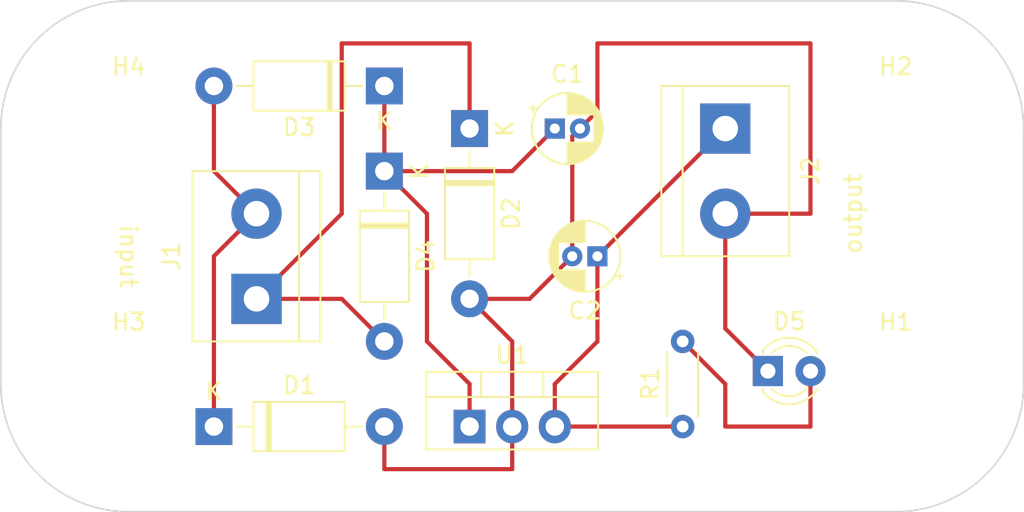
<source format=kicad_pcb>
(kicad_pcb (version 20211014) (generator pcbnew)
  (layers (0 "F.Cu" signal) (31 "B.Cu" signal) (34 "B.Paste" user) (35 "F.Paste" user) (36 "B.SilkS" user "B.Silkscreen") (37 "F.SilkS" user "F.Silkscreen") (38 "B.Mask" user) (39 "F.Mask" user) (44 "Edge.Cuts" user))
  (net 0 "")
  (net 1 "Net-(C1-Pad1)")
  (net 2 "Net-(C1-Pad2)")
  (net 3 "Net-(C2-Pad1)")
  (net 4 "Net-(D1-Pad1)")
  (net 5 "Net-(D2-Pad1)")
  (net 6 "Net-(D5-Pad2)")
  (footprint "MountingHole:MountingHole_2.7mm_M2.5" (layer "F.Cu") (at 149.86 86.36)
    (fp_text reference "H2" (at 0 -3.7) (layer "F.SilkS"))
    (fp_text value "MountingHole")
    (pad "" np_thru_hole circle (at 0 0) (size 2.7 2.7) (drill 2.7) (layers *.Cu *.Mask))
  )
  (footprint "Capacitor_THT:CP_Radial_D4.0mm_P1.50mm" (layer "F.Cu") (at 129.54 86.36)
    (fp_text reference "C1" (at 0.75 -3.25) (layer "F.SilkS"))
    (fp_text value "470 uf 25 V")
    (fp_line (start 0.95 -2.071) (end 0.95 -0.84) (layer "F.SilkS") (width 0.12))
    (fp_line (start 1.23 0.84) (end 1.23 2.025) (layer "F.SilkS") (width 0.12))
    (fp_line (start 1.03 -2.062) (end 1.03 -0.84) (layer "F.SilkS") (width 0.12))
    (fp_line (start 1.35 0.84) (end 1.35 1.994) (layer "F.SilkS") (width 0.12))
    (fp_line (start -1.319801 -1.395) (end -1.319801 -0.995) (layer "F.SilkS") (width 0.12))
    (fp_line (start 1.31 -2.005) (end 1.31 -0.84) (layer "F.SilkS") (width 0.12))
    (fp_line (start 2.271 0.84) (end 2.271 1.438) (layer "F.SilkS") (width 0.12))
    (fp_line (start 1.551 -1.924) (end 1.551 -0.84) (layer "F.SilkS") (width 0.12))
    (fp_line (start 1.471 0.84) (end 1.471 1.954) (layer "F.SilkS") (width 0.12))
    (fp_line (start 1.871 0.84) (end 1.871 1.76) (layer "F.SilkS") (width 0.12))
    (fp_line (start 0.99 -2.067) (end 0.99 -0.84) (layer "F.SilkS") (width 0.12))
    (fp_line (start 1.39 0.84) (end 1.39 1.982) (layer "F.SilkS") (width 0.12))
    (fp_line (start 1.671 0.84) (end 1.671 1.87) (layer "F.SilkS") (width 0.12))
    (fp_line (start 2.351 -1.351) (end 2.351 1.351) (layer "F.SilkS") (width 0.12))
    (fp_line (start 1.711 0.84) (end 1.711 1.851) (layer "F.SilkS") (width 0.12))
    (fp_line (start 0.83 -2.079) (end 0.83 -0.84) (layer "F.SilkS") (width 0.12))
    (fp_line (start 2.151 -1.552) (end 2.151 -0.84) (layer "F.SilkS") (width 0.12))
    (fp_line (start 1.591 0.84) (end 1.591 1.907) (layer "F.SilkS") (width 0.12))
    (fp_line (start 0.75 0.84) (end 0.75 2.08) (layer "F.SilkS") (width 0.12))
    (fp_line (start 1.671 -1.87) (end 1.671 -0.84) (layer "F.SilkS") (width 0.12))
    (fp_line (start 2.551 -1.08) (end 2.551 1.08) (layer "F.SilkS") (width 0.12))
    (fp_line (start 1.471 -1.954) (end 1.471 -0.84) (layer "F.SilkS") (width 0.12))
    (fp_line (start 1.27 -2.016) (end 1.27 -0.84) (layer "F.SilkS") (width 0.12))
    (fp_line (start 2.311 0.84) (end 2.311 1.396) (layer "F.SilkS") (width 0.12))
    (fp_line (start 2.071 -1.619) (end 2.071 -0.84) (layer "F.SilkS") (width 0.12))
    (fp_line (start 1.35 -1.994) (end 1.35 -0.84) (layer "F.SilkS") (width 0.12))
    (fp_line (start 0.87 0.84) (end 0.87 2.077) (layer "F.SilkS") (width 0.12))
    (fp_line (start 1.711 -1.851) (end 1.711 -0.84) (layer "F.SilkS") (width 0.12))
    (fp_line (start 1.751 -1.83) (end 1.751 -0.84) (layer "F.SilkS") (width 0.12))
    (fp_line (start 2.511 -1.142) (end 2.511 1.142) (layer "F.SilkS") (width 0.12))
    (fp_line (start 2.271 -1.438) (end 2.271 -0.84) (layer "F.SilkS") (width 0.12))
    (fp_line (start 1.11 -2.05) (end 1.11 -0.84) (layer "F.SilkS") (width 0.12))
    (fp_line (start 1.07 -2.056) (end 1.07 -0.84) (layer "F.SilkS") (width 0.12))
    (fp_line (start 2.191 -1.516) (end 2.191 -0.84) (layer "F.SilkS") (width 0.12))
    (fp_line (start 2.311 -1.396) (end 2.311 -0.84) (layer "F.SilkS") (width 0.12))
    (fp_line (start 2.231 0.84) (end 2.231 1.478) (layer "F.SilkS") (width 0.12))
    (fp_line (start 2.031 -1.65) (end 2.031 -0.84) (layer "F.SilkS") (width 0.12))
    (fp_line (start 2.111 -1.587) (end 2.111 -0.84) (layer "F.SilkS") (width 0.12))
    (fp_line (start 2.671 -0.859) (end 2.671 0.859) (layer "F.SilkS") (width 0.12))
    (fp_line (start 0.75 -2.08) (end 0.75 -0.84) (layer "F.SilkS") (width 0.12))
    (fp_line (start 1.27 0.84) (end 1.27 2.016) (layer "F.SilkS") (width 0.12))
    (fp_line (start 1.791 -1.808) (end 1.791 -0.84) (layer "F.SilkS") (width 0.12))
    (fp_line (start 2.711 -0.768) (end 2.711 0.768) (layer "F.SilkS") (width 0.12))
    (fp_line (start 1.831 0.84) (end 1.831 1.785) (layer "F.SilkS") (width 0.12))
    (fp_line (start 2.391 -1.304) (end 2.391 1.304) (layer "F.SilkS") (width 0.12))
    (fp_line (start 0.83 0.84) (end 0.83 2.079) (layer "F.SilkS") (width 0.12))
    (fp_line (start -1.519801 -1.195) (end -1.119801 -1.195) (layer "F.SilkS") (width 0.12))
    (fp_line (start 1.991 0.84) (end 1.991 1.68) (layer "F.SilkS") (width 0.12))
    (fp_line (start 1.911 0.84) (end 1.911 1.735) (layer "F.SilkS") (width 0.12))
    (fp_line (start 2.191 0.84) (end 2.191 1.516) (layer "F.SilkS") (width 0.12))
    (fp_line (start 2.431 -1.254) (end 2.431 1.254) (layer "F.SilkS") (width 0.12))
    (fp_line (start 2.631 -0.94) (end 2.631 0.94) (layer "F.SilkS") (width 0.12))
    (fp_line (start 1.43 0.84) (end 1.43 1.968) (layer "F.SilkS") (width 0.12))
    (fp_line (start 1.551 0.84) (end 1.551 1.924) (layer "F.SilkS") (width 0.12))
    (fp_line (start 1.19 -2.034) (end 1.19 -0.84) (layer "F.SilkS") (width 0.12))
    (fp_line (start 2.791 -0.537) (end 2.791 0.537) (layer "F.SilkS") (width 0.12))
    (fp_line (start 1.511 -1.94) (end 1.511 -0.84) (layer "F.SilkS") (width 0.12))
    (fp_line (start 2.471 -1.2) (end 2.471 1.2) (layer "F.SilkS") (width 0.12))
    (fp_line (start 2.031 0.84) (end 2.031 1.65) (layer "F.SilkS") (width 0.12))
    (fp_line (start 2.231 -1.478) (end 2.231 -0.84) (layer "F.SilkS") (width 0.12))
    (fp_line (start 1.07 0.84) (end 1.07 2.056) (layer "F.SilkS") (width 0.12))
    (fp_line (start 0.95 0.84) (end 0.95 2.071) (layer "F.SilkS") (width 0.12))
    (fp_line (start 1.631 0.84) (end 1.631 1.889) (layer "F.SilkS") (width 0.12))
    (fp_line (start 2.591 -1.013) (end 2.591 1.013) (layer "F.SilkS") (width 0.12))
    (fp_line (start 2.111 0.84) (end 2.111 1.587) (layer "F.SilkS") (width 0.12))
    (fp_line (start 1.31 0.84) (end 1.31 2.005) (layer "F.SilkS") (width 0.12))
    (fp_line (start 1.991 -1.68) (end 1.991 -0.84) (layer "F.SilkS") (width 0.12))
    (fp_line (start 0.91 0.84) (end 0.91 2.074) (layer "F.SilkS") (width 0.12))
    (fp_line (start 2.831 -0.37) (end 2.831 0.37) (layer "F.SilkS") (width 0.12))
    (fp_line (start 0.79 0.84) (end 0.79 2.08) (layer "F.SilkS") (width 0.12))
    (fp_line (start 1.15 -2.042) (end 1.15 -0.84) (layer "F.SilkS") (width 0.12))
    (fp_line (start 1.951 -1.708) (end 1.951 -0.84) (layer "F.SilkS") (width 0.12))
    (fp_line (start 1.751 0.84) (end 1.751 1.83) (layer "F.SilkS") (width 0.12))
    (fp_line (start 1.511 0.84) (end 1.511 1.94) (layer "F.SilkS") (width 0.12))
    (fp_line (start 0.79 -2.08) (end 0.79 -0.84) (layer "F.SilkS") (width 0.12))
    (fp_line (start 1.871 -1.76) (end 1.871 -0.84) (layer "F.SilkS") (width 0.12))
    (fp_line (start 0.91 -2.074) (end 0.91 -0.84) (layer "F.SilkS") (width 0.12))
    (fp_line (start 0.87 -2.077) (end 0.87 -0.84) (layer "F.SilkS") (width 0.12))
    (fp_line (start 1.591 -1.907) (end 1.591 -0.84) (layer "F.SilkS") (width 0.12))
    (fp_line (start 1.11 0.84) (end 1.11 2.05) (layer "F.SilkS") (width 0.12))
    (fp_line (start 2.751 -0.664) (end 2.751 0.664) (layer "F.SilkS") (width 0.12))
    (fp_line (start 1.15 0.84) (end 1.15 2.042) (layer "F.SilkS") (width 0.12))
    (fp_line (start 0.99 0.84) (end 0.99 2.067) (layer "F.SilkS") (width 0.12))
    (fp_line (start 1.831 -1.785) (end 1.831 -0.84) (layer "F.SilkS") (width 0.12))
    (fp_line (start 1.23 -2.025) (end 1.23 -0.84) (layer "F.SilkS") (width 0.12))
    (fp_line (start 1.03 0.84) (end 1.03 2.062) (layer "F.SilkS") (width 0.12))
    (fp_line (start 2.071 0.84) (end 2.071 1.619) (layer "F.SilkS") (width 0.12))
    (fp_line (start 1.631 -1.889) (end 1.631 -0.84) (layer "F.SilkS") (width 0.12))
    (fp_line (start 1.951 0.84) (end 1.951 1.708) (layer "F.SilkS") (width 0.12))
    (fp_line (start 1.39 -1.982) (end 1.39 -0.84) (layer "F.SilkS") (width 0.12))
    (fp_line (start 1.19 0.84) (end 1.19 2.034) (layer "F.SilkS") (width 0.12))
    (fp_line (start 2.151 0.84) (end 2.151 1.552) (layer "F.SilkS") (width 0.12))
    (fp_line (start 1.911 -1.735) (end 1.911 -0.84) (layer "F.SilkS") (width 0.12))
    (fp_line (start 1.43 -1.968) (end 1.43 -0.84) (layer "F.SilkS") (width 0.12))
    (fp_line (start 1.791 0.84) (end 1.791 1.808) (layer "F.SilkS") (width 0.12))
    (fp_circle (center 0.75 0) (end 2.87 0) (layer "F.SilkS") (width 0.12) (fill none))
    (pad "1" thru_hole rect (at 0 0) (size 1.2 1.2) (drill 0.6) (layers *.Cu *.Mask) (net 1 "Net-(C1-Pad1)"))
    (pad "2" thru_hole circle (at 1.5 0) (size 1.2 1.2) (drill 0.6) (layers *.Cu *.Mask) (net 2 "Net-(C1-Pad2)"))
  )
  (footprint "MountingHole:MountingHole_2.7mm_M2.5" (layer "F.Cu") (at 149.86 101.6)
    (fp_text reference "H1" (at 0 -3.7) (layer "F.SilkS"))
    (fp_text value "MountingHole")
    (pad "" np_thru_hole circle (at 0 0) (size 2.7 2.7) (drill 2.7) (layers *.Cu *.Mask))
  )
  (footprint "Package_TO_SOT_THT:TO-220-3_Vertical" (layer "F.Cu") (at 124.46 104.14)
    (fp_text reference "U1" (at 2.54 -4.27) (layer "F.SilkS"))
    (fp_text value "LM7805_TO220")
    (fp_line (start -2.58 1.371) (end 7.66 1.371) (layer "F.SilkS") (width 0.12))
    (fp_line (start -2.58 -1.76) (end 7.66 -1.76) (layer "F.SilkS") (width 0.12))
    (fp_line (start -2.58 -3.27) (end 7.66 -3.27) (layer "F.SilkS") (width 0.12))
    (fp_line (start 0.69 -3.27) (end 0.69 -1.76) (layer "F.SilkS") (width 0.12))
    (fp_line (start 4.391 -3.27) (end 4.391 -1.76) (layer "F.SilkS") (width 0.12))
    (fp_line (start -2.58 -3.27) (end -2.58 1.371) (layer "F.SilkS") (width 0.12))
    (fp_line (start 7.66 -3.27) (end 7.66 1.371) (layer "F.SilkS") (width 0.12))
    (pad "1" thru_hole rect (at 0 0) (size 1.905 2) (drill 1.1) (layers *.Cu *.Mask) (net 1 "Net-(C1-Pad1)"))
    (pad "2" thru_hole oval (at 2.54 0) (size 1.905 2) (drill 1.1) (layers *.Cu *.Mask) (net 2 "Net-(C1-Pad2)"))
    (pad "3" thru_hole oval (at 5.08 0) (size 1.905 2) (drill 1.1) (layers *.Cu *.Mask) (net 3 "Net-(C2-Pad1)"))
  )
  (footprint "Resistor_THT:R_Axial_DIN0204_L3.6mm_D1.6mm_P5.08mm_Horizontal" (layer "F.Cu") (at 137.16 104.14 90)
    (fp_text reference "R1" (at 2.54 -1.92 90) (layer "F.SilkS"))
    (fp_text value "1k")
    (fp_line (start 0.62 0.92) (end 4.46 0.92) (layer "F.SilkS") (width 0.12))
    (fp_line (start 0.62 -0.92) (end 4.46 -0.92) (layer "F.SilkS") (width 0.12))
    (pad "1" thru_hole circle (at 0 0 90) (size 1.4 1.4) (drill 0.7) (layers *.Cu *.Mask) (net 3 "Net-(C2-Pad1)"))
    (pad "2" thru_hole oval (at 5.08 0 90) (size 1.4 1.4) (drill 0.7) (layers *.Cu *.Mask) (net 6 "Net-(D5-Pad2)"))
  )
  (footprint "MountingHole:MountingHole_2.7mm_M2.5" (layer "F.Cu") (at 104.14 101.6)
    (fp_text reference "H3" (at 0 -3.7) (layer "F.SilkS"))
    (fp_text value "MountingHole")
    (pad "" np_thru_hole circle (at 0 0) (size 2.7 2.7) (drill 2.7) (layers *.Cu *.Mask))
  )
  (footprint "TerminalBlock:TerminalBlock_bornier-2_P5.08mm" (layer "F.Cu") (at 139.7 86.36 -90)
    (fp_text reference "J2" (at 2.54 -5.08 90) (layer "F.SilkS"))
    (fp_text value "Screw_Terminal_01x02")
    (fp_line (start 7.62 -3.81) (end -2.54 -3.81) (layer "F.SilkS") (width 0.12))
    (fp_line (start 7.62 2.54) (end -2.54 2.54) (layer "F.SilkS") (width 0.12))
    (fp_line (start -2.54 -3.81) (end -2.54 3.81) (layer "F.SilkS") (width 0.12))
    (fp_line (start 7.62 3.81) (end 7.62 -3.81) (layer "F.SilkS") (width 0.12))
    (fp_line (start -2.54 3.81) (end 7.62 3.81) (layer "F.SilkS") (width 0.12))
    (pad "1" thru_hole rect (at 0 0 270) (size 3 3) (drill 1.52) (layers *.Cu *.Mask) (net 3 "Net-(C2-Pad1)"))
    (pad "2" thru_hole circle (at 5.08 0 270) (size 3 3) (drill 1.52) (layers *.Cu *.Mask) (net 2 "Net-(C1-Pad2)"))
  )
  (footprint "Diode_THT:D_DO-41_SOD81_P10.16mm_Horizontal" (layer "F.Cu") (at 119.38 88.9 -90)
    (fp_text reference "D4" (at 5.08 -2.47 90) (layer "F.SilkS"))
    (fp_text value "1N4007")
    (fp_text user "K" (at 0 -2.1 90) (layer "F.SilkS"))
    (fp_line (start 7.8 1.47) (end 7.8 -1.47) (layer "F.SilkS") (width 0.12))
    (fp_line (start 3.38 -1.47) (end 3.38 1.47) (layer "F.SilkS") (width 0.12))
    (fp_line (start 3.14 -1.47) (end 3.14 1.47) (layer "F.SilkS") (width 0.12))
    (fp_line (start 8.82 0) (end 7.8 0) (layer "F.SilkS") (width 0.12))
    (fp_line (start 3.26 -1.47) (end 3.26 1.47) (layer "F.SilkS") (width 0.12))
    (fp_line (start 2.36 -1.47) (end 2.36 1.47) (layer "F.SilkS") (width 0.12))
    (fp_line (start 1.34 0) (end 2.36 0) (layer "F.SilkS") (width 0.12))
    (fp_line (start 7.8 -1.47) (end 2.36 -1.47) (layer "F.SilkS") (width 0.12))
    (fp_line (start 2.36 1.47) (end 7.8 1.47) (layer "F.SilkS") (width 0.12))
    (pad "1" thru_hole rect (at 0 0 270) (size 2.2 2.2) (drill 1.1) (layers *.Cu *.Mask) (net 1 "Net-(C1-Pad1)"))
    (pad "2" thru_hole oval (at 10.16 0 270) (size 2.2 2.2) (drill 1.1) (layers *.Cu *.Mask) (net 5 "Net-(D2-Pad1)"))
  )
  (footprint "Diode_THT:D_DO-41_SOD81_P10.16mm_Horizontal" (layer "F.Cu") (at 109.22 104.14)
    (fp_text reference "D1" (at 5.08 -2.47) (layer "F.SilkS"))
    (fp_text value "1N4007")
    (fp_text user "K" (at 0 -2.1) (layer "F.SilkS"))
    (fp_line (start 2.36 -1.47) (end 2.36 1.47) (layer "F.SilkS") (width 0.12))
    (fp_line (start 3.14 -1.47) (end 3.14 1.47) (layer "F.SilkS") (width 0.12))
    (fp_line (start 3.38 -1.47) (end 3.38 1.47) (layer "F.SilkS") (width 0.12))
    (fp_line (start 1.34 0) (end 2.36 0) (layer "F.SilkS") (width 0.12))
    (fp_line (start 7.8 1.47) (end 7.8 -1.47) (layer "F.SilkS") (width 0.12))
    (fp_line (start 3.26 -1.47) (end 3.26 1.47) (layer "F.SilkS") (width 0.12))
    (fp_line (start 7.8 -1.47) (end 2.36 -1.47) (layer "F.SilkS") (width 0.12))
    (fp_line (start 8.82 0) (end 7.8 0) (layer "F.SilkS") (width 0.12))
    (fp_line (start 2.36 1.47) (end 7.8 1.47) (layer "F.SilkS") (width 0.12))
    (pad "1" thru_hole rect (at 0 0) (size 2.2 2.2) (drill 1.1) (layers *.Cu *.Mask) (net 4 "Net-(D1-Pad1)"))
    (pad "2" thru_hole oval (at 10.16 0) (size 2.2 2.2) (drill 1.1) (layers *.Cu *.Mask) (net 2 "Net-(C1-Pad2)"))
  )
  (footprint "MountingHole:MountingHole_2.7mm_M2.5" (layer "F.Cu") (at 104.14 86.36)
    (fp_text reference "H4" (at 0 -3.7) (layer "F.SilkS"))
    (fp_text value "MountingHole")
    (pad "" np_thru_hole circle (at 0 0) (size 2.7 2.7) (drill 2.7) (layers *.Cu *.Mask))
  )
  (footprint "LED_THT:LED_D3.0mm" (layer "F.Cu") (at 142.24 100.83)
    (fp_text reference "D5" (at 1.27 -2.96) (layer "F.SilkS"))
    (fp_text value "LED")
    (fp_line (start -0.29 -1.236) (end -0.29 -1.08) (layer "F.SilkS") (width 0.12))
    (fp_line (start -0.29 1.08) (end -0.29 1.236) (layer "F.SilkS") (width 0.12))
    (fp_arc (start 2.31113 1.079837) (mid 1.270117 1.5) (end 0.229039 1.08) (layer "F.SilkS") (width 0.12))
    (fp_arc (start -0.29 -1.235516) (mid 1.366487 -1.987659) (end 2.942335 -1.078608) (layer "F.SilkS") (width 0.12))
    (fp_arc (start 2.942335 1.078608) (mid 1.366487 1.987659) (end -0.29 1.235516) (layer "F.SilkS") (width 0.12))
    (fp_arc (start 0.229039 -1.08) (mid 1.270117 -1.5) (end 2.31113 -1.079837) (layer "F.SilkS") (width 0.12))
    (pad "1" thru_hole rect (at 0 0) (size 1.8 1.8) (drill 0.9) (layers *.Cu *.Mask) (net 2 "Net-(C1-Pad2)"))
    (pad "2" thru_hole circle (at 2.54 0) (size 1.8 1.8) (drill 0.9) (layers *.Cu *.Mask) (net 6 "Net-(D5-Pad2)"))
  )
  (footprint "Capacitor_THT:CP_Radial_D4.0mm_P1.50mm" (layer "F.Cu") (at 132.08 93.98 180)
    (fp_text reference "C2" (at 0.75 -3.25) (layer "F.SilkS"))
    (fp_text value "100 uf")
    (fp_line (start 2.791 -0.537) (end 2.791 0.537) (layer "F.SilkS") (width 0.12))
    (fp_line (start 1.03 0.84) (end 1.03 2.062) (layer "F.SilkS") (width 0.12))
    (fp_line (start 1.831 -1.785) (end 1.831 -0.84) (layer "F.SilkS") (width 0.12))
    (fp_line (start 1.551 0.84) (end 1.551 1.924) (layer "F.SilkS") (width 0.12))
    (fp_line (start -1.319801 -1.395) (end -1.319801 -0.995) (layer "F.SilkS") (width 0.12))
    (fp_line (start 0.87 -2.077) (end 0.87 -0.84) (layer "F.SilkS") (width 0.12))
    (fp_line (start 1.39 0.84) (end 1.39 1.982) (layer "F.SilkS") (width 0.12))
    (fp_line (start 1.551 -1.924) (end 1.551 -0.84) (layer "F.SilkS") (width 0.12))
    (fp_line (start 1.671 -1.87) (end 1.671 -0.84) (layer "F.SilkS") (width 0.12))
    (fp_line (start 2.031 -1.65) (end 2.031 -0.84) (layer "F.SilkS") (width 0.12))
    (fp_line (start 2.351 -1.351) (end 2.351 1.351) (layer "F.SilkS") (width 0.12))
    (fp_line (start 2.631 -0.94) (end 2.631 0.94) (layer "F.SilkS") (width 0.12))
    (fp_line (start 1.03 -2.062) (end 1.03 -0.84) (layer "F.SilkS") (width 0.12))
    (fp_line (start 2.031 0.84) (end 2.031 1.65) (layer "F.SilkS") (width 0.12))
    (fp_line (start 1.31 -2.005) (end 1.31 -0.84) (layer "F.SilkS") (width 0.12))
    (fp_line (start 2.391 -1.304) (end 2.391 1.304) (layer "F.SilkS") (width 0.12))
    (fp_line (start 2.751 -0.664) (end 2.751 0.664) (layer "F.SilkS") (width 0.12))
    (fp_line (start 1.27 -2.016) (end 1.27 -0.84) (layer "F.SilkS") (width 0.12))
    (fp_line (start 2.591 -1.013) (end 2.591 1.013) (layer "F.SilkS") (width 0.12))
    (fp_line (start 2.311 -1.396) (end 2.311 -0.84) (layer "F.SilkS") (width 0.12))
    (fp_line (start 1.19 0.84) (end 1.19 2.034) (layer "F.SilkS") (width 0.12))
    (fp_line (start 1.23 -2.025) (end 1.23 -0.84) (layer "F.SilkS") (width 0.12))
    (fp_line (start 2.711 -0.768) (end 2.711 0.768) (layer "F.SilkS") (width 0.12))
    (fp_line (start 0.91 0.84) (end 0.91 2.074) (layer "F.SilkS") (width 0.12))
    (fp_line (start 1.871 -1.76) (end 1.871 -0.84) (layer "F.SilkS") (width 0.12))
    (fp_line (start 2.831 -0.37) (end 2.831 0.37) (layer "F.SilkS") (width 0.12))
    (fp_line (start 2.111 0.84) (end 2.111 1.587) (layer "F.SilkS") (width 0.12))
    (fp_line (start 1.711 -1.851) (end 1.711 -0.84) (layer "F.SilkS") (width 0.12))
    (fp_line (start 2.311 0.84) (end 2.311 1.396) (layer "F.SilkS") (width 0.12))
    (fp_line (start 2.071 -1.619) (end 2.071 -0.84) (layer "F.SilkS") (width 0.12))
    (fp_line (start 1.951 0.84) (end 1.951 1.708) (layer "F.SilkS") (width 0.12))
    (fp_line (start 1.591 -1.907) (end 1.591 -0.84) (layer "F.SilkS") (width 0.12))
    (fp_line (start 2.231 0.84) (end 2.231 1.478) (layer "F.SilkS") (width 0.12))
    (fp_line (start 0.75 -2.08) (end 0.75 -0.84) (layer "F.SilkS") (width 0.12))
    (fp_line (start 1.791 0.84) (end 1.791 1.808) (layer "F.SilkS") (width 0.12))
    (fp_line (start 1.631 -1.889) (end 1.631 -0.84) (layer "F.SilkS") (width 0.12))
    (fp_line (start 2.271 -1.438) (end 2.271 -0.84) (layer "F.SilkS") (width 0.12))
    (fp_line (start 1.911 0.84) (end 1.911 1.735) (layer "F.SilkS") (width 0.12))
    (fp_line (start 1.871 0.84) (end 1.871 1.76) (layer "F.SilkS") (width 0.12))
    (fp_line (start 0.79 0.84) (end 0.79 2.08) (layer "F.SilkS") (width 0.12))
    (fp_line (start -1.519801 -1.195) (end -1.119801 -1.195) (layer "F.SilkS") (width 0.12))
    (fp_line (start 0.91 -2.074) (end 0.91 -0.84) (layer "F.SilkS") (width 0.12))
    (fp_line (start 1.991 -1.68) (end 1.991 -0.84) (layer "F.SilkS") (width 0.12))
    (fp_line (start 0.87 0.84) (end 0.87 2.077) (layer "F.SilkS") (width 0.12))
    (fp_line (start 1.471 0.84) (end 1.471 1.954) (layer "F.SilkS") (width 0.12))
    (fp_line (start 2.191 -1.516) (end 2.191 -0.84) (layer "F.SilkS") (width 0.12))
    (fp_line (start 0.83 0.84) (end 0.83 2.079) (layer "F.SilkS") (width 0.12))
    (fp_line (start 1.39 -1.982) (end 1.39 -0.84) (layer "F.SilkS") (width 0.12))
    (fp_line (start 1.791 -1.808) (end 1.791 -0.84) (layer "F.SilkS") (width 0.12))
    (fp_line (start 2.471 -1.2) (end 2.471 1.2) (layer "F.SilkS") (width 0.12))
    (fp_line (start 1.991 0.84) (end 1.991 1.68) (layer "F.SilkS") (width 0.12))
    (fp_line (start 1.07 0.84) (end 1.07 2.056) (layer "F.SilkS") (width 0.12))
    (fp_line (start 1.27 0.84) (end 1.27 2.016) (layer "F.SilkS") (width 0.12))
    (fp_line (start 1.31 0.84) (end 1.31 2.005) (layer "F.SilkS") (width 0.12))
    (fp_line (start 1.19 -2.034) (end 1.19 -0.84) (layer "F.SilkS") (width 0.12))
    (fp_line (start 2.191 0.84) (end 2.191 1.516) (layer "F.SilkS") (width 0.12))
    (fp_line (start 0.99 0.84) (end 0.99 2.067) (layer "F.SilkS") (width 0.12))
    (fp_line (start 2.271 0.84) (end 2.271 1.438) (layer "F.SilkS") (width 0.12))
    (fp_line (start 1.43 -1.968) (end 1.43 -0.84) (layer "F.SilkS") (width 0.12))
    (fp_line (start 1.751 -1.83) (end 1.751 -0.84) (layer "F.SilkS") (width 0.12))
    (fp_line (start 0.99 -2.067) (end 0.99 -0.84) (layer "F.SilkS") (width 0.12))
    (fp_line (start 2.511 -1.142) (end 2.511 1.142) (layer "F.SilkS") (width 0.12))
    (fp_line (start 1.471 -1.954) (end 1.471 -0.84) (layer "F.SilkS") (width 0.12))
    (fp_line (start 0.95 -2.071) (end 0.95 -0.84) (layer "F.SilkS") (width 0.12))
    (fp_line (start 1.751 0.84) (end 1.751 1.83) (layer "F.SilkS") (width 0.12))
    (fp_line (start 2.071 0.84) (end 2.071 1.619) (layer "F.SilkS") (width 0.12))
    (fp_line (start 1.43 0.84) (end 1.43 1.968) (layer "F.SilkS") (width 0.12))
    (fp_line (start 1.511 0.84) (end 1.511 1.94) (layer "F.SilkS") (width 0.12))
    (fp_line (start 1.23 0.84) (end 1.23 2.025) (layer "F.SilkS") (width 0.12))
    (fp_line (start 2.111 -1.587) (end 2.111 -0.84) (layer "F.SilkS") (width 0.12))
    (fp_line (start 1.591 0.84) (end 1.591 1.907) (layer "F.SilkS") (width 0.12))
    (fp_line (start 0.79 -2.08) (end 0.79 -0.84) (layer "F.SilkS") (width 0.12))
    (fp_line (start 2.551 -1.08) (end 2.551 1.08) (layer "F.SilkS") (width 0.12))
    (fp_line (start 2.151 0.84) (end 2.151 1.552) (layer "F.SilkS") (width 0.12))
    (fp_line (start 1.831 0.84) (end 1.831 1.785) (layer "F.SilkS") (width 0.12))
    (fp_line (start 2.671 -0.859) (end 2.671 0.859) (layer "F.SilkS") (width 0.12))
    (fp_line (start 1.11 0.84) (end 1.11 2.05) (layer "F.SilkS") (width 0.12))
    (fp_line (start 2.231 -1.478) (end 2.231 -0.84) (layer "F.SilkS") (width 0.12))
    (fp_line (start 1.711 0.84) (end 1.711 1.851) (layer "F.SilkS") (width 0.12))
    (fp_line (start 1.511 -1.94) (end 1.511 -0.84) (layer "F.SilkS") (width 0.12))
    (fp_line (start 1.631 0.84) (end 1.631 1.889) (layer "F.SilkS") (width 0.12))
    (fp_line (start 1.35 -1.994) (end 1.35 -0.84) (layer "F.SilkS") (width 0.12))
    (fp_line (start 1.35 0.84) (end 1.35 1.994) (layer "F.SilkS") (width 0.12))
    (fp_line (start 1.951 -1.708) (end 1.951 -0.84) (layer "F.SilkS") (width 0.12))
    (fp_line (start 1.15 -2.042) (end 1.15 -0.84) (layer "F.SilkS") (width 0.12))
    (fp_line (start 2.431 -1.254) (end 2.431 1.254) (layer "F.SilkS") (width 0.12))
    (fp_line (start 0.75 0.84) (end 0.75 2.08) (layer "F.SilkS") (width 0.12))
    (fp_line (start 0.83 -2.079) (end 0.83 -0.84) (layer "F.SilkS") (width 0.12))
    (fp_line (start 1.911 -1.735) (end 1.911 -0.84) (layer "F.SilkS") (width 0.12))
    (fp_line (start 1.671 0.84) (end 1.671 1.87) (layer "F.SilkS") (width 0.12))
    (fp_line (start 0.95 0.84) (end 0.95 2.071) (layer "F.SilkS") (width 0.12))
    (fp_line (start 1.07 -2.056) (end 1.07 -0.84) (layer "F.SilkS") (width 0.12))
    (fp_line (start 1.15 0.84) (end 1.15 2.042) (layer "F.SilkS") (width 0.12))
    (fp_line (start 2.151 -1.552) (end 2.151 -0.84) (layer "F.SilkS") (width 0.12))
    (fp_line (start 1.11 -2.05) (end 1.11 -0.84) (layer "F.SilkS") (width 0.12))
    (fp_circle (center 0.75 0) (end 2.87 0) (layer "F.SilkS") (width 0.12) (fill none))
    (pad "1" thru_hole rect (at 0 0 180) (size 1.2 1.2) (drill 0.6) (layers *.Cu *.Mask) (net 3 "Net-(C2-Pad1)"))
    (pad "2" thru_hole circle (at 1.5 0 180) (size 1.2 1.2) (drill 0.6) (layers *.Cu *.Mask) (net 2 "Net-(C1-Pad2)"))
  )
  (footprint "TerminalBlock:TerminalBlock_bornier-2_P5.08mm" (layer "F.Cu") (at 111.76 96.52 90)
    (fp_text reference "J1" (at 2.54 -5.08 90) (layer "F.SilkS"))
    (fp_text value "Screw_Terminal_01x02")
    (fp_line (start 7.62 3.81) (end 7.62 -3.81) (layer "F.SilkS") (width 0.12))
    (fp_line (start -2.54 3.81) (end 7.62 3.81) (layer "F.SilkS") (width 0.12))
    (fp_line (start 7.62 2.54) (end -2.54 2.54) (layer "F.SilkS") (width 0.12))
    (fp_line (start 7.62 -3.81) (end -2.54 -3.81) (layer "F.SilkS") (width 0.12))
    (fp_line (start -2.54 -3.81) (end -2.54 3.81) (layer "F.SilkS") (width 0.12))
    (pad "1" thru_hole rect (at 0 0 90) (size 3 3) (drill 1.52) (layers *.Cu *.Mask) (net 5 "Net-(D2-Pad1)"))
    (pad "2" thru_hole circle (at 5.08 0 90) (size 3 3) (drill 1.52) (layers *.Cu *.Mask) (net 4 "Net-(D1-Pad1)"))
  )
  (footprint "Diode_THT:D_DO-41_SOD81_P10.16mm_Horizontal" (layer "F.Cu") (at 119.38 83.82 180)
    (fp_text reference "D3" (at 5.08 -2.47) (layer "F.SilkS"))
    (fp_text value "1N4007")
    (fp_text user "K" (at 0 -2.1) (layer "F.SilkS"))
    (fp_line (start 2.36 -1.47) (end 2.36 1.47) (layer "F.SilkS") (width 0.12))
    (fp_line (start 2.36 1.47) (end 7.8 1.47) (layer "F.SilkS") (width 0.12))
    (fp_line (start 3.26 -1.47) (end 3.26 1.47) (layer "F.SilkS") (width 0.12))
    (fp_line (start 8.82 0) (end 7.8 0) (layer "F.SilkS") (width 0.12))
    (fp_line (start 1.34 0) (end 2.36 0) (layer "F.SilkS") (width 0.12))
    (fp_line (start 7.8 -1.47) (end 2.36 -1.47) (layer "F.SilkS") (width 0.12))
    (fp_line (start 3.14 -1.47) (end 3.14 1.47) (layer "F.SilkS") (width 0.12))
    (fp_line (start 7.8 1.47) (end 7.8 -1.47) (layer "F.SilkS") (width 0.12))
    (fp_line (start 3.38 -1.47) (end 3.38 1.47) (layer "F.SilkS") (width 0.12))
    (pad "1" thru_hole rect (at 0 0 180) (size 2.2 2.2) (drill 1.1) (layers *.Cu *.Mask) (net 1 "Net-(C1-Pad1)"))
    (pad "2" thru_hole oval (at 10.16 0 180) (size 2.2 2.2) (drill 1.1) (layers *.Cu *.Mask) (net 4 "Net-(D1-Pad1)"))
  )
  (footprint "Diode_THT:D_DO-41_SOD81_P10.16mm_Horizontal" (layer "F.Cu") (at 124.46 86.36 -90)
    (fp_text reference "D2" (at 5.08 -2.47 90) (layer "F.SilkS"))
    (fp_text value "1N4007")
    (fp_text user "K" (at 0 -2.1 90) (layer "F.SilkS"))
    (fp_line (start 8.82 0) (end 7.8 0) (layer "F.SilkS") (width 0.12))
    (fp_line (start 7.8 -1.47) (end 2.36 -1.47) (layer "F.SilkS") (width 0.12))
    (fp_line (start 1.34 0) (end 2.36 0) (layer "F.SilkS") (width 0.12))
    (fp_line (start 2.36 1.47) (end 7.8 1.47) (layer "F.SilkS") (width 0.12))
    (fp_line (start 3.26 -1.47) (end 3.26 1.47) (layer "F.SilkS") (width 0.12))
    (fp_line (start 3.38 -1.47) (end 3.38 1.47) (layer "F.SilkS") (width 0.12))
    (fp_line (start 3.14 -1.47) (end 3.14 1.47) (layer "F.SilkS") (width 0.12))
    (fp_line (start 2.36 -1.47) (end 2.36 1.47) (layer "F.SilkS") (width 0.12))
    (fp_line (start 7.8 1.47) (end 7.8 -1.47) (layer "F.SilkS") (width 0.12))
    (pad "1" thru_hole rect (at 0 0 270) (size 2.2 2.2) (drill 1.1) (layers *.Cu *.Mask) (net 5 "Net-(D2-Pad1)"))
    (pad "2" thru_hole oval (at 10.16 0 270) (size 2.2 2.2) (drill 1.1) (layers *.Cu *.Mask) (net 2 "Net-(C1-Pad2)"))
  )
  (gr_line (start 104.14 78.74) (end 149.86 78.74) (layer "Edge.Cuts") (width 0.1))
  (gr_line (start 96.52 86.36) (end 96.52 101.6) (layer "Edge.Cuts") (width 0.1))
  (gr_arc (start 157.48 101.6) (mid 155.248154 106.988154) (end 149.86 109.22) (layer "Edge.Cuts") (width 0.1))
  (gr_arc (start 104.14 109.22) (mid 98.751846 106.988154) (end 96.52 101.6) (layer "Edge.Cuts") (width 0.1))
  (gr_arc (start 96.52 86.36) (mid 98.751846 80.971846) (end 104.14 78.74) (layer "Edge.Cuts") (width 0.1))
  (gr_line (start 104.14 109.22) (end 149.86 109.22) (layer "Edge.Cuts") (width 0.1))
  (gr_arc (start 149.86 78.74) (mid 155.248154 80.971846) (end 157.48 86.36) (layer "Edge.Cuts") (width 0.1))
  (gr_line (start 157.48 86.36) (end 157.48 101.6) (layer "Edge.Cuts") (width 0.1))
  (gr_text "input" (at 104.14 93.98 270) (layer "F.SilkS") (effects (font (size 1 1))))
  (gr_text "output" (at 147.32 91.44 90) (layer "F.SilkS") (effects (font (size 1 1))))
  (segment (start 119.38 83.82) (end 119.38 88.9) (width 0.25) (layer "F.Cu") (net 1))
  (segment (start 119.38 88.9) (end 127 88.9) (width 0.25) (layer "F.Cu") (net 1))
  (segment (start 119.38 88.9) (end 121.92 91.44) (width 0.25) (layer "F.Cu") (net 1))
  (segment (start 121.92 99.06) (end 124.46 101.6) (width 0.25) (layer "F.Cu") (net 1))
  (segment (start 124.46 101.6) (end 124.46 104.14) (width 0.25) (layer "F.Cu") (net 1))
  (segment (start 121.92 91.44) (end 121.92 99.06) (width 0.25) (layer "F.Cu") (net 1))
  (segment (start 127 88.9) (end 129.54 86.36) (width 0.25) (layer "F.Cu") (net 1))
  (segment (start 127 99.06) (end 127 104.14) (width 0.25) (layer "F.Cu") (net 2))
  (segment (start 127 106.68) (end 127 104.14) (width 0.25) (layer "F.Cu") (net 2))
  (segment (start 139.7 98.29) (end 142.24 100.83) (width 0.25) (layer "F.Cu") (net 2))
  (segment (start 128.04 96.52) (end 130.58 93.98) (width 0.25) (layer "F.Cu") (net 2))
  (segment (start 144.78 81.28) (end 144.78 91.44) (width 0.25) (layer "F.Cu") (net 2))
  (segment (start 131.04 86.36) (end 132.08 85.32) (width 0.25) (layer "F.Cu") (net 2))
  (segment (start 119.38 104.14) (end 119.38 106.68) (width 0.25) (layer "F.Cu") (net 2))
  (segment (start 139.7 91.44) (end 139.7 98.29) (width 0.25) (layer "F.Cu") (net 2))
  (segment (start 124.46 96.52) (end 127 99.06) (width 0.25) (layer "F.Cu") (net 2))
  (segment (start 132.08 85.32) (end 132.08 81.28) (width 0.25) (layer "F.Cu") (net 2))
  (segment (start 119.38 106.68) (end 127 106.68) (width 0.25) (layer "F.Cu") (net 2))
  (segment (start 124.46 96.52) (end 128.04 96.52) (width 0.25) (layer "F.Cu") (net 2))
  (segment (start 130.58 93.98) (end 130.58 86.82) (width 0.25) (layer "F.Cu") (net 2))
  (segment (start 130.58 86.82) (end 131.04 86.36) (width 0.25) (layer "F.Cu") (net 2))
  (segment (start 132.08 81.28) (end 144.78 81.28) (width 0.25) (layer "F.Cu") (net 2))
  (segment (start 144.78 91.44) (end 139.7 91.44) (width 0.25) (layer "F.Cu") (net 2))
  (segment (start 139.7 86.36) (end 132.08 93.98) (width 0.25) (layer "F.Cu") (net 3))
  (segment (start 137.16 104.14) (end 129.54 104.14) (width 0.25) (layer "F.Cu") (net 3))
  (segment (start 132.08 99.06) (end 132.08 93.98) (width 0.25) (layer "F.Cu") (net 3))
  (segment (start 129.54 104.14) (end 129.54 101.6) (width 0.25) (layer "F.Cu") (net 3))
  (segment (start 129.54 101.6) (end 132.08 99.06) (width 0.25) (layer "F.Cu") (net 3))
  (segment (start 111.76 91.44) (end 109.22 93.98) (width 0.25) (layer "F.Cu") (net 4))
  (segment (start 109.22 88.9) (end 111.76 91.44) (width 0.25) (layer "F.Cu") (net 4))
  (segment (start 109.22 93.98) (end 109.22 104.14) (width 0.25) (layer "F.Cu") (net 4))
  (segment (start 109.22 83.82) (end 109.22 88.9) (width 0.25) (layer "F.Cu") (net 4))
  (segment (start 116.84 81.28) (end 124.46 81.28) (width 0.25) (layer "F.Cu") (net 5))
  (segment (start 116.84 91.44) (end 116.84 81.28) (width 0.25) (layer "F.Cu") (net 5))
  (segment (start 111.76 96.52) (end 116.84 91.44) (width 0.25) (layer "F.Cu") (net 5))
  (segment (start 124.46 81.28) (end 124.46 86.36) (width 0.25) (layer "F.Cu") (net 5))
  (segment (start 111.76 96.52) (end 116.84 96.52) (width 0.25) (layer "F.Cu") (net 5))
  (segment (start 116.84 96.52) (end 119.38 99.06) (width 0.25) (layer "F.Cu") (net 5))
  (segment (start 137.16 99.06) (end 139.7 101.6) (width 0.25) (layer "F.Cu") (net 6))
  (segment (start 144.78 104.14) (end 144.78 100.83) (width 0.25) (layer "F.Cu") (net 6))
  (segment (start 139.7 101.6) (end 139.7 104.14) (width 0.25) (layer "F.Cu") (net 6))
  (segment (start 139.7 104.14) (end 144.78 104.14) (width 0.25) (layer "F.Cu") (net 6))
)
</source>
